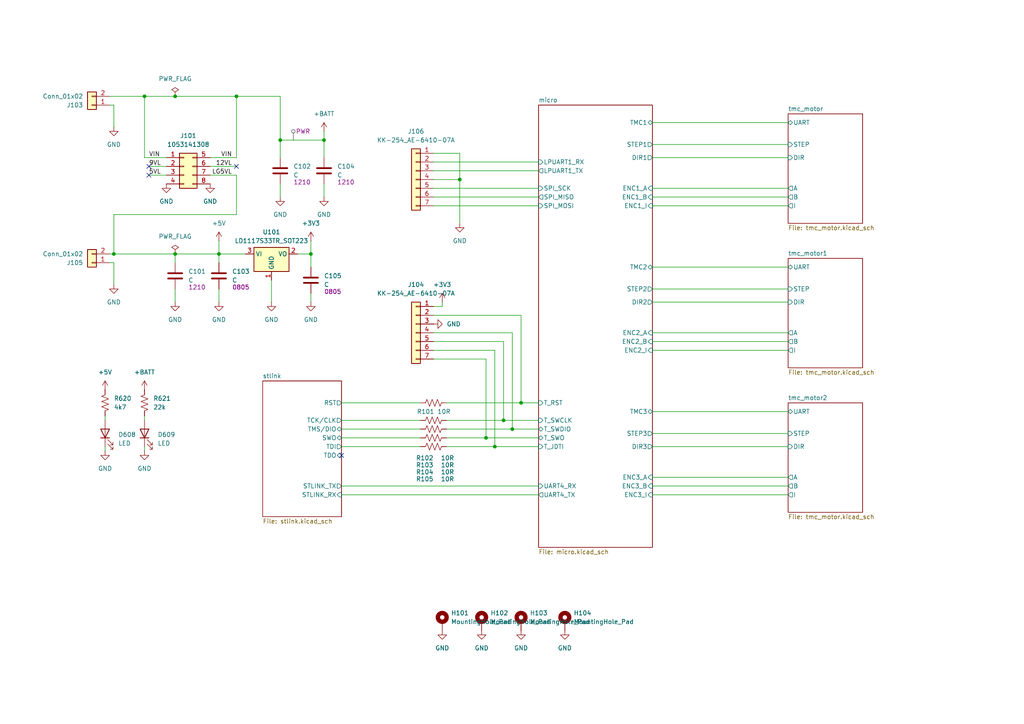
<source format=kicad_sch>
(kicad_sch (version 20250114) (generator "eeschema") (generator_version "9.0")
  (paper "A4")
  (lib_symbols
    (symbol "Connector_Generic:Conn_01x02" (pin_names (offset 1.016) (hide yes))
      (property "Reference" "J" (at 0 2.54 0))
      (property "Value" "Conn_01x02" (at 0 -5.08 0))
      (symbol "Conn_01x02_1_1"
        (rectangle (start -1.27 1.27) (end 1.27 -3.81) (stroke (width 0.254)) (fill (type background)))
        (rectangle (start -1.27 0.127) (end 0 -0.127) (stroke (width 0.1524)))
        (rectangle (start -1.27 -2.413) (end 0 -2.667) (stroke (width 0.1524)))
        (pin passive line (at -5.08 0 0) (length 3.81) (name "Pin_1") (number "1"))
        (pin passive line (at -5.08 -2.54 0) (length 3.81) (name "Pin_2") (number "2"))
      )
    )
    (symbol "Connector_Generic:Conn_01x07" (pin_names (offset 1.016) (hide yes))
      (property "Reference" "J" (at 0 10.16 0))
      (property "Value" "Conn_01x07" (at 0 -10.16 0))
      (symbol "Conn_01x07_1_1"
        (rectangle (start -1.27 8.89) (end 1.27 -8.89) (stroke (width 0.254)) (fill (type background)))
        (rectangle (start -1.27 7.747) (end 0 7.493) (stroke (width 0.1524)))
        (rectangle (start -1.27 5.207) (end 0 4.953) (stroke (width 0.1524)))
        (rectangle (start -1.27 2.667) (end 0 2.413) (stroke (width 0.1524)))
        (rectangle (start -1.27 0.127) (end 0 -0.127) (stroke (width 0.1524)))
        (rectangle (start -1.27 -2.413) (end 0 -2.667) (stroke (width 0.1524)))
        (rectangle (start -1.27 -4.953) (end 0 -5.207) (stroke (width 0.1524)))
        (rectangle (start -1.27 -7.493) (end 0 -7.747) (stroke (width 0.1524)))
        (pin passive line (at -5.08 7.62 0) (length 3.81) (name "Pin_1") (number "1"))
        (pin passive line (at -5.08 5.08 0) (length 3.81) (name "Pin_2") (number "2"))
        (pin passive line (at -5.08 2.54 0) (length 3.81) (name "Pin_3") (number "3"))
        (pin passive line (at -5.08 0 0) (length 3.81) (name "Pin_4") (number "4"))
        (pin passive line (at -5.08 -2.54 0) (length 3.81) (name "Pin_5") (number "5"))
        (pin passive line (at -5.08 -5.08 0) (length 3.81) (name "Pin_6") (number "6"))
        (pin passive line (at -5.08 -7.62 0) (length 3.81) (name "Pin_7") (number "7"))
      )
    )
    (symbol "Connector_Generic:Conn_02x04_Top_Bottom" (pin_names (offset 1.016) (hide yes))
      (property "Reference" "J" (at 1.27 5.08 0))
      (property "Value" "Conn_02x04_Top_Bottom" (at 1.27 -7.62 0))
      (symbol "Conn_02x04_Top_Bottom_1_1"
        (rectangle (start -1.27 3.81) (end 3.81 -6.35) (stroke (width 0.254)) (fill (type background)))
        (rectangle (start -1.27 2.667) (end 0 2.413) (stroke (width 0.1524)))
        (rectangle (start -1.27 0.127) (end 0 -0.127) (stroke (width 0.1524)))
        (rectangle (start -1.27 -2.413) (end 0 -2.667) (stroke (width 0.1524)))
        (rectangle (start -1.27 -4.953) (end 0 -5.207) (stroke (width 0.1524)))
        (rectangle (start 3.81 2.667) (end 2.54 2.413) (stroke (width 0.1524)))
        (rectangle (start 3.81 0.127) (end 2.54 -0.127) (stroke (width 0.1524)))
        (rectangle (start 3.81 -2.413) (end 2.54 -2.667) (stroke (width 0.1524)))
        (rectangle (start 3.81 -4.953) (end 2.54 -5.207) (stroke (width 0.1524)))
        (pin passive line (at -5.08 2.54 0) (length 3.81) (name "Pin_1") (number "1"))
        (pin passive line (at -5.08 0 0) (length 3.81) (name "Pin_2") (number "2"))
        (pin passive line (at -5.08 -2.54 0) (length 3.81) (name "Pin_3") (number "3"))
        (pin passive line (at -5.08 -5.08 0) (length 3.81) (name "Pin_4") (number "4"))
        (pin passive line (at 7.62 2.54 180) (length 3.81) (name "Pin_5") (number "5"))
        (pin passive line (at 7.62 0 180) (length 3.81) (name "Pin_6") (number "6"))
        (pin passive line (at 7.62 -2.54 180) (length 3.81) (name "Pin_7") (number "7"))
        (pin passive line (at 7.62 -5.08 180) (length 3.81) (name "Pin_8") (number "8"))
      )
    )
    (symbol "Device:C" (pin_numbers (hide yes)) (pin_names (offset 0.254))
      (property "Reference" "C" (at 0.635 2.54 0))
      (property "Value" "C" (at 0.635 -2.54 0))
      (symbol "C_0_1"
        (polyline (pts (xy -2.032 0.762) (xy 2.032 0.762)) (stroke (width 0.508)))
        (polyline (pts (xy -2.032 -0.762) (xy 2.032 -0.762)) (stroke (width 0.508)))
      )
      (symbol "C_1_1"
        (pin passive line (at 0 3.81 270) (length 2.794) (name "~") (number "1"))
        (pin passive line (at 0 -3.81 90) (length 2.794) (name "~") (number "2"))
      )
    )
    (symbol "Device:LED" (pin_numbers (hide yes)) (pin_names (offset 1.016) (hide yes))
      (property "Reference" "D" (at 0 2.54 0))
      (property "Value" "LED" (at 0 -2.54 0))
      (symbol "LED_0_1"
        (polyline (pts (xy -3.048 -0.762) (xy -4.572 -2.286) (xy -3.81 -2.286) (xy -4.572 -2.286) (xy -4.572 -1.524)))
        (polyline (pts (xy -1.778 -0.762) (xy -3.302 -2.286) (xy -2.54 -2.286) (xy -3.302 -2.286) (xy -3.302 -1.524)))
        (polyline (pts (xy -1.27 0) (xy 1.27 0)))
        (polyline (pts (xy -1.27 -1.27) (xy -1.27 1.27)) (stroke (width 0.254)))
        (polyline (pts (xy 1.27 -1.27) (xy 1.27 1.27) (xy -1.27 0) (xy 1.27 -1.27)) (stroke (width 0.254)))
      )
      (symbol "LED_1_1"
        (pin passive line (at -3.81 0 0) (length 2.54) (name "K") (number "1"))
        (pin passive line (at 3.81 0 180) (length 2.54) (name "A") (number "2"))
      )
    )
    (symbol "Device:R_US" (pin_numbers (hide yes)) (pin_names (offset 0))
      (property "Reference" "R" (at 2.54 0 90))
      (property "Value" "R_US" (at -2.54 0 90))
      (symbol "R_US_0_1"
        (polyline (pts (xy 0 2.286) (xy 0 2.54)))
        (polyline (pts (xy 0 2.286) (xy 1.016 1.905) (xy 0 1.524) (xy -1.016 1.143) (xy 0 0.762)))
        (polyline (pts (xy 0 0.762) (xy 1.016 0.381) (xy 0 0) (xy -1.016 -0.381) (xy 0 -0.762)))
        (polyline (pts (xy 0 -0.762) (xy 1.016 -1.143) (xy 0 -1.524) (xy -1.016 -1.905) (xy 0 -2.286)))
        (polyline (pts (xy 0 -2.286) (xy 0 -2.54)))
      )
      (symbol "R_US_1_1"
        (pin passive line (at 0 3.81 270) (length 1.27) (name "~") (number "1"))
        (pin passive line (at 0 -3.81 90) (length 1.27) (name "~") (number "2"))
      )
    )
    (symbol "Mechanical:MountingHole_Pad" (pin_numbers (hide yes)) (pin_names (offset 1.016) (hide yes)) (exclude_from_sim yes) (in_bom no)
      (property "Reference" "H" (at 0 6.35 0))
      (property "Value" "MountingHole_Pad" (at 0 4.445 0))
      (symbol "MountingHole_Pad_0_1"
        (circle (center 0 1.27) (radius 1.27) (stroke (width 1.27)))
      )
      (symbol "MountingHole_Pad_1_1"
        (pin input line (at 0 -2.54 90) (length 2.54) (name "1") (number "1"))
      )
    )
    (symbol "Regulator_Linear:LD1117S33TR_SOT223"
      (property "Reference" "U" (at -3.81 3.175 0))
      (property "Value" "LD1117S33TR_SOT223" (at 0 3.175 0))
      (symbol "LD1117S33TR_SOT223_0_1"
        (rectangle (start -5.08 -5.08) (end 5.08 1.905) (stroke (width 0.254)) (fill (type background)))
      )
      (symbol "LD1117S33TR_SOT223_1_1"
        (pin power_in line (at -7.62 0 0) (length 2.54) (name "VI") (number "3"))
        (pin power_in line (at 0 -7.62 90) (length 2.54) (name "GND") (number "1"))
        (pin power_out line (at 7.62 0 180) (length 2.54) (name "VO") (number "2"))
      )
    )
    (symbol "power:+3V3" (power) (pin_numbers (hide yes)) (pin_names (offset 0) (hide yes))
      (property "Value" "+3V3" (at 0 3.556 0))
      (symbol "+3V3_0_1"
        (polyline (pts (xy -0.762 1.27) (xy 0 2.54)))
        (polyline (pts (xy 0 2.54) (xy 0.762 1.27)))
        (polyline (pts (xy 0 0) (xy 0 2.54)))
      )
      (symbol "+3V3_1_1"
        (pin power_in line (at 0 0 90) (length 0) (name "~") (number "1"))
      )
    )
    (symbol "power:+5V" (power) (pin_numbers (hide yes)) (pin_names (offset 0) (hide yes))
      (property "Value" "+5V" (at 0 3.556 0))
      (symbol "+5V_0_1"
        (polyline (pts (xy -0.762 1.27) (xy 0 2.54)))
        (polyline (pts (xy 0 2.54) (xy 0.762 1.27)))
        (polyline (pts (xy 0 0) (xy 0 2.54)))
      )
      (symbol "+5V_1_1"
        (pin power_in line (at 0 0 90) (length 0) (name "~") (number "1"))
      )
    )
    (symbol "power:+BATT" (power) (pin_numbers (hide yes)) (pin_names (offset 0) (hide yes))
      (property "Value" "+BATT" (at 0 3.556 0))
      (symbol "+BATT_0_1"
        (polyline (pts (xy -0.762 1.27) (xy 0 2.54)))
        (polyline (pts (xy 0 2.54) (xy 0.762 1.27)))
        (polyline (pts (xy 0 0) (xy 0 2.54)))
      )
      (symbol "+BATT_1_1"
        (pin power_in line (at 0 0 90) (length 0) (name "~") (number "1"))
      )
    )
    (symbol "power:GND" (power) (pin_numbers (hide yes)) (pin_names (offset 0) (hide yes))
      (property "Value" "GND" (at 0 -3.81 0))
      (symbol "GND_0_1"
        (polyline (pts (xy 0 0) (xy 0 -1.27) (xy 1.27 -1.27) (xy 0 -2.54) (xy -1.27 -1.27) (xy 0 -1.27)))
      )
      (symbol "GND_1_1"
        (pin power_in line (at 0 0 270) (length 0) (name "~") (number "1"))
      )
    )
    (symbol "power:PWR_FLAG" (power) (pin_numbers (hide yes)) (pin_names (offset 0) (hide yes))
      (property "Value" "PWR_FLAG" (at 0 3.81 0))
      (symbol "PWR_FLAG_0_0"
        (pin power_out line (at 0 0 90) (length 0) (name "~") (number "1"))
      )
      (symbol "PWR_FLAG_0_1"
        (polyline (pts (xy 0 0) (xy 0 1.27) (xy -1.016 1.905) (xy 0 2.54) (xy 1.016 1.905) (xy 0 1.27)))
      )
    )
  )
  (junction (at 133.35 52.07))
  (junction (at 140.97 127))
  (junction (at 50.8 27.94))
  (junction (at 151.13 116.84))
  (junction (at 68.58 27.94))
  (junction (at 90.17 73.66))
  (junction (at 63.5 73.66))
  (junction (at 146.05 121.92))
  (junction (at 148.59 124.46))
  (junction (at 33.02 73.66))
  (junction (at 143.51 129.54))
  (junction (at 93.98 40.64))
  (junction (at 81.28 40.64))
  (junction (at 41.91 27.94))
  (junction (at 50.8 73.66))
  (no_connect (at 99.06 132.08))
  (no_connect (at 68.58 48.26))
  (no_connect (at 43.18 50.8))
  (no_connect (at 43.18 48.26))
  (wire (pts (xy 93.98 53.34) (xy 93.98 57.15)))
  (wire (pts (xy 81.28 40.64) (xy 81.28 45.72)))
  (wire (pts (xy 99.06 140.97) (xy 156.21 140.97)))
  (wire (pts (xy 129.54 121.92) (xy 146.05 121.92)))
  (wire (pts (xy 140.97 127) (xy 156.21 127)))
  (wire (pts (xy 43.18 48.26) (xy 48.26 48.26)))
  (wire (pts (xy 81.28 53.34) (xy 81.28 57.15)))
  (wire (pts (xy 99.06 116.84) (xy 121.92 116.84)))
  (wire (pts (xy 50.8 83.82) (xy 50.8 87.63)))
  (wire (pts (xy 125.73 46.99) (xy 156.21 46.99)))
  (wire (pts (xy 133.35 64.77) (xy 133.35 52.07)))
  (wire (pts (xy 68.58 45.72) (xy 68.58 27.94)))
  (wire (pts (xy 143.51 101.6) (xy 143.51 129.54)))
  (wire (pts (xy 41.91 27.94) (xy 50.8 27.94)))
  (wire (pts (xy 93.98 40.64) (xy 81.28 40.64)))
  (wire (pts (xy 151.13 91.44) (xy 151.13 116.84)))
  (wire (pts (xy 41.91 129.54) (xy 41.91 130.81)))
  (wire (pts (xy 93.98 40.64) (xy 93.98 45.72)))
  (wire (pts (xy 78.74 81.28) (xy 78.74 87.63)))
  (wire (pts (xy 33.02 82.55) (xy 33.02 76.2)))
  (wire (pts (xy 189.23 138.43) (xy 228.6 138.43)))
  (wire (pts (xy 90.17 85.09) (xy 90.17 87.63)))
  (wire (pts (xy 189.23 96.52) (xy 228.6 96.52)))
  (wire (pts (xy 33.02 73.66) (xy 50.8 73.66)))
  (wire (pts (xy 90.17 69.85) (xy 90.17 73.66)))
  (wire (pts (xy 90.17 73.66) (xy 90.17 77.47)))
  (wire (pts (xy 31.75 30.48) (xy 33.02 30.48)))
  (wire (pts (xy 68.58 50.8) (xy 68.58 62.23)))
  (wire (pts (xy 148.59 124.46) (xy 156.21 124.46)))
  (wire (pts (xy 125.73 44.45) (xy 133.35 44.45)))
  (wire (pts (xy 189.23 83.82) (xy 228.6 83.82)))
  (wire (pts (xy 125.73 96.52) (xy 148.59 96.52)))
  (wire (pts (xy 189.23 140.97) (xy 228.6 140.97)))
  (wire (pts (xy 33.02 30.48) (xy 33.02 36.83)))
  (wire (pts (xy 189.23 129.54) (xy 228.6 129.54)))
  (wire (pts (xy 189.23 119.38) (xy 228.6 119.38)))
  (wire (pts (xy 189.23 87.63) (xy 228.6 87.63)))
  (wire (pts (xy 68.58 62.23) (xy 33.02 62.23)))
  (wire (pts (xy 33.02 62.23) (xy 33.02 73.66)))
  (wire (pts (xy 151.13 116.84) (xy 156.21 116.84)))
  (wire (pts (xy 63.5 83.82) (xy 63.5 87.63)))
  (wire (pts (xy 140.97 104.14) (xy 140.97 127)))
  (wire (pts (xy 189.23 57.15) (xy 228.6 57.15)))
  (wire (pts (xy 81.28 27.94) (xy 81.28 40.64)))
  (wire (pts (xy 125.73 101.6) (xy 143.51 101.6)))
  (wire (pts (xy 31.75 27.94) (xy 41.91 27.94)))
  (wire (pts (xy 99.06 124.46) (xy 121.92 124.46)))
  (wire (pts (xy 189.23 41.91) (xy 228.6 41.91)))
  (wire (pts (xy 60.96 45.72) (xy 68.58 45.72)))
  (wire (pts (xy 99.06 121.92) (xy 121.92 121.92)))
  (wire (pts (xy 60.96 50.8) (xy 68.58 50.8)))
  (wire (pts (xy 99.06 129.54) (xy 121.92 129.54)))
  (wire (pts (xy 43.18 50.8) (xy 48.26 50.8)))
  (wire (pts (xy 50.8 73.66) (xy 63.5 73.66)))
  (wire (pts (xy 129.54 124.46) (xy 148.59 124.46)))
  (wire (pts (xy 125.73 88.9) (xy 128.27 88.9)))
  (wire (pts (xy 128.27 88.9) (xy 128.27 87.63)))
  (wire (pts (xy 129.54 127) (xy 140.97 127)))
  (wire (pts (xy 125.73 91.44) (xy 151.13 91.44)))
  (wire (pts (xy 86.36 73.66) (xy 90.17 73.66)))
  (wire (pts (xy 129.54 116.84) (xy 151.13 116.84)))
  (wire (pts (xy 133.35 52.07) (xy 125.73 52.07)))
  (wire (pts (xy 146.05 99.06) (xy 146.05 121.92)))
  (wire (pts (xy 48.26 45.72) (xy 41.91 45.72)))
  (wire (pts (xy 146.05 121.92) (xy 156.21 121.92)))
  (wire (pts (xy 189.23 54.61) (xy 228.6 54.61)))
  (wire (pts (xy 93.98 38.1) (xy 93.98 40.64)))
  (wire (pts (xy 125.73 49.53) (xy 156.21 49.53)))
  (wire (pts (xy 33.02 76.2) (xy 31.75 76.2)))
  (wire (pts (xy 30.48 120.65) (xy 30.48 121.92)))
  (wire (pts (xy 63.5 69.85) (xy 63.5 73.66)))
  (wire (pts (xy 189.23 125.73) (xy 228.6 125.73)))
  (wire (pts (xy 50.8 73.66) (xy 50.8 76.2)))
  (wire (pts (xy 189.23 143.51) (xy 228.6 143.51)))
  (wire (pts (xy 31.75 73.66) (xy 33.02 73.66)))
  (wire (pts (xy 41.91 45.72) (xy 41.91 27.94)))
  (wire (pts (xy 125.73 99.06) (xy 146.05 99.06)))
  (wire (pts (xy 148.59 96.52) (xy 148.59 124.46)))
  (wire (pts (xy 189.23 45.72) (xy 228.6 45.72)))
  (wire (pts (xy 50.8 27.94) (xy 68.58 27.94)))
  (wire (pts (xy 133.35 44.45) (xy 133.35 52.07)))
  (wire (pts (xy 140.97 104.14) (xy 125.73 104.14)))
  (wire (pts (xy 63.5 73.66) (xy 63.5 76.2)))
  (wire (pts (xy 189.23 77.47) (xy 228.6 77.47)))
  (wire (pts (xy 60.96 48.26) (xy 68.58 48.26)))
  (wire (pts (xy 99.06 127) (xy 121.92 127)))
  (wire (pts (xy 189.23 35.56) (xy 228.6 35.56)))
  (wire (pts (xy 143.51 129.54) (xy 156.21 129.54)))
  (wire (pts (xy 125.73 54.61) (xy 156.21 54.61)))
  (wire (pts (xy 189.23 59.69) (xy 228.6 59.69)))
  (wire (pts (xy 125.73 59.69) (xy 156.21 59.69)))
  (wire (pts (xy 68.58 27.94) (xy 81.28 27.94)))
  (wire (pts (xy 30.48 129.54) (xy 30.48 130.81)))
  (wire (pts (xy 189.23 99.06) (xy 228.6 99.06)))
  (wire (pts (xy 125.73 57.15) (xy 156.21 57.15)))
  (wire (pts (xy 63.5 73.66) (xy 71.12 73.66)))
  (wire (pts (xy 129.54 129.54) (xy 143.51 129.54)))
  (wire (pts (xy 189.23 101.6) (xy 228.6 101.6)))
  (wire (pts (xy 41.91 120.65) (xy 41.91 121.92)))
  (wire (pts (xy 99.06 143.51) (xy 156.21 143.51)))
  (label "9VL" (at 43.18 48.26 0))
  (label "12VL" (at 67.31 48.26 180))
  (label "VIN" (at 43.18 45.72 0))
  (label "LG5VL" (at 67.31 50.8 180))
  (label "VIN" (at 67.31 45.72 180))
  (label "5VL" (at 43.18 50.8 0))
  (netclass_flag "" (length 2.54) (shape round) (at 85.09 40.64 0) (property "Netclass" "PWR" (at 85.7885 38.1 0) (effects (justify left))))
  (symbol (lib_id "power:+BATT") (at 93.98 38.1 0) (unit 1)
    (property "Reference" "#PWR0107" (effects (hide yes)))
    (property "Value" "+BATT" (at 93.98 33.02 0))
    (property "Description" "Power symbol creates a global label with name \"+BATT\"" (effects (hide yes)))
  )
  (symbol (lib_id "power:PWR_FLAG") (at 50.8 27.94 0) (unit 1)
    (property "Reference" "#FLG0102" (effects (hide yes)))
    (property "Value" "PWR_FLAG" (at 50.8 22.86 0))
    (property "Description" "Special symbol for telling ERC where power comes from" (effects (hide yes)))
  )
  (symbol (lib_id "power:+BATT") (at 41.91 113.03 0) (unit 1)
    (property "Reference" "#PWR0121" (effects (hide yes)))
    (property "Value" "+BATT" (at 41.91 107.95 0))
    (property "Description" "Power symbol creates a global label with name \"+BATT\"" (effects (hide yes)))
  )
  (symbol (lib_id "Device:R_US") (at 30.48 116.84 0) (mirror y) (unit 1)
    (property "Reference" "R620" (at 33.02 115.5699 0) (effects (justify right)))
    (property "Value" "4k7" (at 33.02 118.1099 0) (effects (justify right)))
    (property "Footprint" "Resistor_SMD:R_0603_1608Metric_Pad0.98x0.95mm_HandSolder" (effects (hide yes)))
    (property "Description" "Resistor, US symbol" (effects (hide yes)))
  )
  (symbol (lib_id "Device:C") (at 63.5 80.01 0) (unit 1)
    (property "Reference" "C103" (at 67.31 78.7399 0) (effects (justify left)))
    (property "Value" "C" (at 67.31 81.2799 0) (effects (justify left)))
    (property "Footprint" "Capacitor_SMD:C_0805_2012Metric_Pad1.18x1.45mm_HandSolder" (effects (hide yes)))
    (property "Description" "Unpolarized capacitor" (effects (hide yes)))
    (property "Size" "0805" (at 69.85 83.312 0))
  )
  (symbol (lib_id "power:+3V3") (at 90.17 69.85 0) (unit 1)
    (property "Reference" "#PWR0110" (effects (hide yes)))
    (property "Value" "+3V3" (at 90.17 64.77 0))
    (property "Description" "Power symbol creates a global label with name \"+3V3\"" (effects (hide yes)))
  )
  (symbol (lib_id "Device:C") (at 50.8 80.01 0) (unit 1)
    (property "Reference" "C101" (at 54.61 78.7399 0) (effects (justify left)))
    (property "Value" "C" (at 54.61 81.2799 0) (effects (justify left)))
    (property "Footprint" "Capacitor_SMD:C_1210_3225Metric_Pad1.33x2.70mm_HandSolder" (effects (hide yes)))
    (property "Description" "Unpolarized capacitor" (effects (hide yes)))
    (property "Size" "1210" (at 57.15 83.312 0))
  )
  (symbol (lib_id "power:GND") (at 128.27 182.88 0) (unit 1)
    (property "Reference" "#PWR0115" (effects (hide yes)))
    (property "Value" "GND" (at 128.27 187.96 0))
    (property "Description" "Power symbol creates a global label with name \"GND\" , ground" (effects (hide yes)))
  )
  (symbol (lib_id "Connector_Generic:Conn_01x07") (at 120.65 96.52 0) (mirror y) (unit 1)
    (property "Reference" "J104" (at 120.65 82.55 0))
    (property "Value" "KK-254_AE-6410-07A" (at 120.65 85.09 0))
    (property "Footprint" "Connector_Molex:Molex_KK-254_AE-6410-07A_1x07_P2.54mm_Vertical" (effects (hide yes)))
    (property "Description" "Generic connector, single row, 01x07, script generated (kicad-library-utils/schlib/autogen/connector/)" (effects (hide yes)))
  )
  (symbol (lib_id "Device:C") (at 81.28 49.53 0) (unit 1)
    (property "Reference" "C102" (at 85.09 48.2599 0) (effects (justify left)))
    (property "Value" "C" (at 85.09 50.7999 0) (effects (justify left)))
    (property "Footprint" "Capacitor_SMD:C_1210_3225Metric_Pad1.33x2.70mm_HandSolder" (effects (hide yes)))
    (property "Description" "Unpolarized capacitor" (effects (hide yes)))
    (property "Size" "1210" (at 87.63 52.832 0))
  )
  (symbol (lib_id "Device:LED") (at 41.91 125.73 90) (unit 1)
    (property "Reference" "D609" (at 45.72 126.0474 90) (effects (justify right)))
    (property "Value" "LED" (at 45.72 128.5874 90) (effects (justify right)))
    (property "Footprint" "LED_SMD:LED_0805_2012Metric_Pad1.15x1.40mm_HandSolder" (effects (hide yes)))
    (property "Description" "Light emitting diode" (effects (hide yes)))
    (property "Sim.Pins" "1=K 2=A" (effects (hide yes)))
  )
  (symbol (lib_id "power:GND") (at 163.83 182.88 0) (unit 1)
    (property "Reference" "#PWR0118" (effects (hide yes)))
    (property "Value" "GND" (at 163.83 187.96 0))
    (property "Description" "Power symbol creates a global label with name \"GND\" , ground" (effects (hide yes)))
  )
  (symbol (lib_id "Device:R_US") (at 125.73 129.54 270) (unit 1)
    (property "Reference" "R105" (at 123.19 138.938 90))
    (property "Value" "10R" (at 129.794 138.938 90))
    (property "Footprint" "Resistor_SMD:R_0603_1608Metric_Pad0.98x0.95mm_HandSolder" (effects (hide yes)))
    (property "Description" "Resistor, US symbol" (effects (hide yes)))
  )
  (symbol (lib_id "Mechanical:MountingHole_Pad") (at 128.27 180.34 0) (unit 1) (in_bom no)
    (property "Reference" "H101" (at 130.81 177.7999 0) (effects (justify left)))
    (property "Value" "MountingHole_Pad" (at 130.81 180.3399 0) (effects (justify left)))
    (property "Footprint" "MountingHole:MountingHole_3.2mm_M3_DIN965_Pad" (effects (hide yes)))
    (property "Description" "Mounting Hole with connection" (effects (hide yes)))
  )
  (symbol (lib_id "Device:LED") (at 30.48 125.73 90) (unit 1)
    (property "Reference" "D608" (at 34.29 126.0474 90) (effects (justify right)))
    (property "Value" "LED" (at 34.29 128.5874 90) (effects (justify right)))
    (property "Footprint" "LED_SMD:LED_0805_2012Metric_Pad1.15x1.40mm_HandSolder" (effects (hide yes)))
    (property "Description" "Light emitting diode" (effects (hide yes)))
    (property "Sim.Pins" "1=K 2=A" (effects (hide yes)))
  )
  (symbol (lib_id "power:+5V") (at 30.48 113.03 0) (unit 1)
    (property "Reference" "#PWR0120" (effects (hide yes)))
    (property "Value" "+5V" (at 30.48 107.95 0))
    (property "Description" "Power symbol creates a global label with name \"+5V\"" (effects (hide yes)))
  )
  (symbol (lib_id "power:GND") (at 78.74 87.63 0) (unit 1)
    (property "Reference" "#PWR0109" (effects (hide yes)))
    (property "Value" "GND" (at 78.74 92.71 0))
    (property "Description" "Power symbol creates a global label with name \"GND\" , ground" (effects (hide yes)))
  )
  (symbol (lib_id "Device:R_US") (at 125.73 127 270) (unit 1)
    (property "Reference" "R104" (at 123.19 136.906 90))
    (property "Value" "10R" (at 129.794 136.906 90))
    (property "Footprint" "Resistor_SMD:R_0603_1608Metric_Pad0.98x0.95mm_HandSolder" (effects (hide yes)))
    (property "Description" "Resistor, US symbol" (effects (hide yes)))
  )
  (symbol (lib_id "power:GND") (at 139.7 182.88 0) (unit 1)
    (property "Reference" "#PWR0116" (effects (hide yes)))
    (property "Value" "GND" (at 139.7 187.96 0))
    (property "Description" "Power symbol creates a global label with name \"GND\" , ground" (effects (hide yes)))
  )
  (symbol (lib_id "power:GND") (at 41.91 130.81 0) (mirror y) (unit 1)
    (property "Reference" "#PWR0644" (effects (hide yes)))
    (property "Value" "GND" (at 41.91 135.89 0))
    (property "Description" "Power symbol creates a global label with name \"GND\" , ground" (effects (hide yes)))
  )
  (symbol (lib_id "power:GND") (at 33.02 82.55 0) (unit 1)
    (property "Reference" "#PWR0119" (effects (hide yes)))
    (property "Value" "GND" (at 33.02 87.63 0))
    (property "Description" "Power symbol creates a global label with name \"GND\" , ground" (effects (hide yes)))
  )
  (symbol (lib_id "power:GND") (at 133.35 64.77 0) (unit 1)
    (property "Reference" "#PWR0114" (effects (hide yes)))
    (property "Value" "GND" (at 133.35 69.85 0))
    (property "Description" "Power symbol creates a global label with name \"GND\" , ground" (effects (hide yes)))
  )
  (symbol (lib_id "power:GND") (at 30.48 130.81 0) (mirror y) (unit 1)
    (property "Reference" "#PWR0643" (effects (hide yes)))
    (property "Value" "GND" (at 30.48 135.89 0))
    (property "Description" "Power symbol creates a global label with name \"GND\" , ground" (effects (hide yes)))
  )
  (symbol (lib_id "power:GND") (at 48.26 53.34 0) (unit 1)
    (property "Reference" "#PWR0122" (effects (hide yes)))
    (property "Value" "GND" (at 48.26 58.42 0))
    (property "Description" "Power symbol creates a global label with name \"GND\" , ground" (effects (hide yes)))
  )
  (symbol (lib_id "Connector_Generic:Conn_01x07") (at 120.65 52.07 0) (mirror y) (unit 1)
    (property "Reference" "J106" (at 120.65 38.1 0))
    (property "Value" "KK-254_AE-6410-07A" (at 120.65 40.64 0))
    (property "Footprint" "Connector_Molex:Molex_KK-254_AE-6410-07A_1x07_P2.54mm_Vertical" (effects (hide yes)))
    (property "Description" "Generic connector, single row, 01x07, script generated (kicad-library-utils/schlib/autogen/connector/)" (effects (hide yes)))
  )
  (symbol (lib_id "power:+3V3") (at 128.27 87.63 0) (unit 1)
    (property "Reference" "#PWR0113" (effects (hide yes)))
    (property "Value" "+3V3" (at 128.27 82.55 0))
    (property "Description" "Power symbol creates a global label with name \"+3V3\"" (effects (hide yes)))
  )
  (symbol (lib_id "power:GND") (at 93.98 57.15 0) (unit 1)
    (property "Reference" "#PWR0108" (effects (hide yes)))
    (property "Value" "GND" (at 93.98 62.23 0))
    (property "Description" "Power symbol creates a global label with name \"GND\" , ground" (effects (hide yes)))
  )
  (symbol (lib_id "power:PWR_FLAG") (at 50.8 73.66 0) (unit 1)
    (property "Reference" "#FLG0101" (effects (hide yes)))
    (property "Value" "PWR_FLAG" (at 50.8 68.58 0))
    (property "Description" "Special symbol for telling ERC where power comes from" (effects (hide yes)))
  )
  (symbol (lib_id "power:+5V") (at 63.5 69.85 0) (unit 1)
    (property "Reference" "#PWR0105" (effects (hide yes)))
    (property "Value" "+5V" (at 63.5 64.77 0))
    (property "Description" "Power symbol creates a global label with name \"+5V\"" (effects (hide yes)))
  )
  (symbol (lib_id "Device:C") (at 93.98 49.53 0) (unit 1)
    (property "Reference" "C104" (at 97.79 48.2599 0) (effects (justify left)))
    (property "Value" "C" (at 97.79 50.7999 0) (effects (justify left)))
    (property "Footprint" "Capacitor_SMD:C_1210_3225Metric_Pad1.33x2.70mm_HandSolder" (effects (hide yes)))
    (property "Description" "Unpolarized capacitor" (effects (hide yes)))
    (property "Size" "1210" (at 100.33 52.832 0))
  )
  (symbol (lib_id "Device:R_US") (at 125.73 121.92 270) (unit 1)
    (property "Reference" "R102" (at 123.19 132.842 90))
    (property "Value" "10R" (at 129.794 132.842 90))
    (property "Footprint" "Resistor_SMD:R_0603_1608Metric_Pad0.98x0.95mm_HandSolder" (effects (hide yes)))
    (property "Description" "Resistor, US symbol" (effects (hide yes)))
  )
  (symbol (lib_id "Device:R_US") (at 41.91 116.84 0) (mirror y) (unit 1)
    (property "Reference" "R621" (at 44.45 115.5699 0) (effects (justify right)))
    (property "Value" "22k" (at 44.45 118.1099 0) (effects (justify right)))
    (property "Footprint" "Resistor_SMD:R_0603_1608Metric_Pad0.98x0.95mm_HandSolder" (effects (hide yes)))
    (property "Description" "Resistor, US symbol" (effects (hide yes)))
  )
  (symbol (lib_id "power:GND") (at 151.13 182.88 0) (unit 1)
    (property "Reference" "#PWR0117" (effects (hide yes)))
    (property "Value" "GND" (at 151.13 187.96 0))
    (property "Description" "Power symbol creates a global label with name \"GND\" , ground" (effects (hide yes)))
  )
  (symbol (lib_id "power:GND") (at 33.02 36.83 0) (unit 1)
    (property "Reference" "#PWR0103" (effects (hide yes)))
    (property "Value" "GND" (at 33.02 41.91 0))
    (property "Description" "Power symbol creates a global label with name \"GND\" , ground" (effects (hide yes)))
  )
  (symbol (lib_id "power:GND") (at 81.28 57.15 0) (unit 1)
    (property "Reference" "#PWR0104" (effects (hide yes)))
    (property "Value" "GND" (at 81.28 62.23 0))
    (property "Description" "Power symbol creates a global label with name \"GND\" , ground" (effects (hide yes)))
  )
  (symbol (lib_id "Regulator_Linear:LD1117S33TR_SOT223") (at 78.74 73.66 0) (unit 1)
    (property "Reference" "U101" (at 78.74 67.31 0))
    (property "Value" "LD1117S33TR_SOT223" (at 78.74 69.85 0))
    (property "Footprint" "Package_TO_SOT_SMD:SOT-223-3_TabPin2" (effects (hide yes)))
    (property "Datasheet" "http://www.st.com/st-web-ui/static/active/en/resource/technical/document/datasheet/CD00000544.pdf" (effects (hide yes)))
    (property "Description" "800mA Fixed Low Drop Positive Voltage Regulator, Fixed Output 3.3V, SOT-223" (effects (hide yes)))
  )
  (symbol (lib_id "Device:R_US") (at 125.73 116.84 270) (unit 1)
    (property "Reference" "R101" (at 123.444 119.38 90))
    (property "Value" "10R" (at 128.778 119.38 90))
    (property "Footprint" "Resistor_SMD:R_0603_1608Metric_Pad0.98x0.95mm_HandSolder" (effects (hide yes)))
    (property "Description" "Resistor, US symbol" (effects (hide yes)))
  )
  (symbol (lib_id "Connector_Generic:Conn_01x02") (at 26.67 30.48 180) (unit 1)
    (property "Reference" "J103" (at 24.13 30.4801 0) (effects (justify left)))
    (property "Value" "Conn_01x02" (at 24.13 27.9401 0) (effects (justify left)))
    (property "Footprint" "Connector_Molex:Molex_KK-396_A-41791-0002_1x02_P3.96mm_Vertical" (effects (hide yes)))
    (property "Description" "Generic connector, single row, 01x02, script generated (kicad-library-utils/schlib/autogen/connector/)" (effects (hide yes)))
  )
  (symbol (lib_id "power:GND") (at 63.5 87.63 0) (unit 1)
    (property "Reference" "#PWR0106" (effects (hide yes)))
    (property "Value" "GND" (at 63.5 92.71 0))
    (property "Description" "Power symbol creates a global label with name \"GND\" , ground" (effects (hide yes)))
  )
  (symbol (lib_id "Connector_Generic:Conn_02x04_Top_Bottom") (at 53.34 48.26 0) (unit 1)
    (property "Reference" "J101" (at 54.61 39.37 0))
    (property "Value" "1053141308" (at 54.61 41.91 0))
    (property "Footprint" "Connector_Molex:Molex_Nano-Fit_105310-xx08_2x04_P2.50mm_Vertical" (effects (hide yes)))
    (property "Description" "Generic connector, double row, 02x04, top/bottom pin numbering scheme (row 1: 1...pins_per_row, row2: pins_per_row+1 ... num_pins), script generated (kicad-library-utils/schlib/autogen/connector/)" (effects (hide yes)))
  )
  (symbol (lib_id "power:GND") (at 125.73 93.98 90) (unit 1)
    (property "Reference" "#PWR0112" (effects (hide yes)))
    (property "Value" "GND" (at 129.54 93.9799 90) (effects (justify right)))
    (property "Description" "Power symbol creates a global label with name \"GND\" , ground" (effects (hide yes)))
  )
  (symbol (lib_id "power:GND") (at 60.96 53.34 0) (unit 1)
    (property "Reference" "#PWR0123" (effects (hide yes)))
    (property "Value" "GND" (at 60.96 58.42 0))
    (property "Description" "Power symbol creates a global label with name \"GND\" , ground" (effects (hide yes)))
  )
  (symbol (lib_id "Connector_Generic:Conn_01x02") (at 26.67 76.2 180) (unit 1)
    (property "Reference" "J105" (at 24.13 76.2001 0) (effects (justify left)))
    (property "Value" "Conn_01x02" (at 24.13 73.6601 0) (effects (justify left)))
    (property "Footprint" "Connector_Molex:Molex_KK-396_A-41791-0002_1x02_P3.96mm_Vertical" (effects (hide yes)))
    (property "Description" "Generic connector, single row, 01x02, script generated (kicad-library-utils/schlib/autogen/connector/)" (effects (hide yes)))
  )
  (symbol (lib_id "Mechanical:MountingHole_Pad") (at 163.83 180.34 0) (unit 1) (in_bom no)
    (property "Reference" "H104" (at 166.37 177.7999 0) (effects (justify left)))
    (property "Value" "MountingHole_Pad" (at 166.37 180.3399 0) (effects (justify left)))
    (property "Footprint" "MountingHole:MountingHole_3.2mm_M3_DIN965_Pad" (effects (hide yes)))
    (property "Description" "Mounting Hole with connection" (effects (hide yes)))
  )
  (symbol (lib_id "Device:R_US") (at 125.73 124.46 270) (unit 1)
    (property "Reference" "R103" (at 123.19 134.874 90))
    (property "Value" "10R" (at 129.794 134.874 90))
    (property "Footprint" "Resistor_SMD:R_0603_1608Metric_Pad0.98x0.95mm_HandSolder" (effects (hide yes)))
    (property "Description" "Resistor, US symbol" (effects (hide yes)))
  )
  (symbol (lib_id "Mechanical:MountingHole_Pad") (at 139.7 180.34 0) (unit 1) (in_bom no)
    (property "Reference" "H102" (at 142.24 177.7999 0) (effects (justify left)))
    (property "Value" "MountingHole_Pad" (at 142.24 180.3399 0) (effects (justify left)))
    (property "Footprint" "MountingHole:MountingHole_3.2mm_M3_DIN965_Pad" (effects (hide yes)))
    (property "Description" "Mounting Hole with connection" (effects (hide yes)))
  )
  (symbol (lib_id "Mechanical:MountingHole_Pad") (at 151.13 180.34 0) (unit 1) (in_bom no)
    (property "Reference" "H103" (at 153.67 177.7999 0) (effects (justify left)))
    (property "Value" "MountingHole_Pad" (at 153.67 180.3399 0) (effects (justify left)))
    (property "Footprint" "MountingHole:MountingHole_3.2mm_M3_DIN965_Pad" (effects (hide yes)))
    (property "Description" "Mounting Hole with connection" (effects (hide yes)))
  )
  (symbol (lib_id "Device:C") (at 90.17 81.28 0) (unit 1)
    (property "Reference" "C105" (at 93.98 80.0099 0) (effects (justify left)))
    (property "Value" "C" (at 93.98 82.5499 0) (effects (justify left)))
    (property "Footprint" "Capacitor_SMD:C_0805_2012Metric_Pad1.18x1.45mm_HandSolder" (effects (hide yes)))
    (property "Description" "Unpolarized capacitor" (effects (hide yes)))
    (property "Size" "0805" (at 96.52 84.582 0))
  )
  (symbol (lib_id "power:GND") (at 50.8 87.63 0) (unit 1)
    (property "Reference" "#PWR0102" (effects (hide yes)))
    (property "Value" "GND" (at 50.8 92.71 0))
    (property "Description" "Power symbol creates a global label with name \"GND\" , ground" (effects (hide yes)))
  )
  (symbol (lib_id "power:GND") (at 90.17 87.63 0) (unit 1)
    (property "Reference" "#PWR0111" (effects (hide yes)))
    (property "Value" "GND" (at 90.17 92.71 0))
    (property "Description" "Power symbol creates a global label with name \"GND\" , ground" (effects (hide yes)))
  )
  (sheet (at 156.21 30.48) (size 33.02 128.27) (stroke (width 0.1524))
    (property "Sheetname" "micro" (at 156.21 29.7684 0) (effects (justify left bottom)))
    (property "Sheetfile" "micro.kicad_sch" (at 156.21 159.3346 0) (effects (justify left top)))
    (pin "DIR1" output (at 189.23 45.72 0))
    (pin "DIR2" output (at 189.23 87.63 0))
    (pin "DIR3" output (at 189.23 129.54 0))
    (pin "STEP1" output (at 189.23 41.91 0))
    (pin "STEP2" output (at 189.23 83.82 0))
    (pin "STEP3" output (at 189.23 125.73 0))
    (pin "TMC1" bidirectional (at 189.23 35.56 0))
    (pin "TMC2" bidirectional (at 189.23 77.47 0))
    (pin "TMC3" bidirectional (at 189.23 119.38 0))
    (pin "T_JDTI" input (at 156.21 129.54 180))
    (pin "T_RST" input (at 156.21 116.84 180))
    (pin "T_SWCLK" input (at 156.21 121.92 180))
    (pin "T_SWDIO" bidirectional (at 156.21 124.46 180))
    (pin "T_SWO" bidirectional (at 156.21 127 180))
    (pin "UART4_RX" input (at 156.21 140.97 180))
    (pin "UART4_TX" output (at 156.21 143.51 180))
    (pin "LPUART1_RX" input (at 156.21 46.99 180))
    (pin "LPUART1_TX" output (at 156.21 49.53 180))
    (pin "SPI_MISO" output (at 156.21 57.15 180))
    (pin "SPI_MOSI" input (at 156.21 59.69 180))
    (pin "SPI_SCK" input (at 156.21 54.61 180))
    (pin "ENC1_A" input (at 189.23 54.61 0))
    (pin "ENC1_B" input (at 189.23 57.15 0))
    (pin "ENC1_I" input (at 189.23 59.69 0))
    (pin "ENC2_A" input (at 189.23 96.52 0))
    (pin "ENC2_B" input (at 189.23 99.06 0))
    (pin "ENC2_I" input (at 189.23 101.6 0))
    (pin "ENC3_A" input (at 189.23 138.43 0))
    (pin "ENC3_B" input (at 189.23 140.97 0))
    (pin "ENC3_I" input (at 189.23 143.51 0))
  )
  (sheet (at 228.6 33.02) (size 21.59 31.75) (stroke (width 0.1524))
    (property "Sheetname" "tmc_motor" (at 228.6 32.3084 0) (effects (justify left bottom)))
    (property "Sheetfile" "tmc_motor.kicad_sch" (at 228.6 65.3546 0) (effects (justify left top)))
    (pin "DIR" input (at 228.6 45.72 180))
    (pin "STEP" input (at 228.6 41.91 180))
    (pin "UART" bidirectional (at 228.6 35.56 180))
    (pin "A" output (at 228.6 54.61 180))
    (pin "B" output (at 228.6 57.15 180))
    (pin "I" output (at 228.6 59.69 180))
  )
  (sheet (at 228.6 116.84) (size 21.59 31.75) (stroke (width 0.1524))
    (property "Sheetname" "tmc_motor2" (at 228.6 116.1284 0) (effects (justify left bottom)))
    (property "Sheetfile" "tmc_motor.kicad_sch" (at 228.6 149.1746 0) (effects (justify left top)))
    (pin "DIR" input (at 228.6 129.54 180))
    (pin "STEP" input (at 228.6 125.73 180))
    (pin "UART" bidirectional (at 228.6 119.38 180))
    (pin "A" output (at 228.6 138.43 180))
    (pin "B" output (at 228.6 140.97 180))
    (pin "I" output (at 228.6 143.51 180))
  )
  (sheet (at 228.6 74.93) (size 21.59 31.75) (stroke (width 0.1524))
    (property "Sheetname" "tmc_motor1" (at 228.6 74.2184 0) (effects (justify left bottom)))
    (property "Sheetfile" "tmc_motor.kicad_sch" (at 228.6 107.2646 0) (effects (justify left top)))
    (pin "DIR" input (at 228.6 87.63 180))
    (pin "STEP" input (at 228.6 83.82 180))
    (pin "UART" bidirectional (at 228.6 77.47 180))
    (pin "A" output (at 228.6 96.52 180))
    (pin "B" output (at 228.6 99.06 180))
    (pin "I" output (at 228.6 101.6 180))
  )
  (sheet (at 76.2 110.49) (size 22.86 39.37) (stroke (width 0.1524))
    (property "Sheetname" "stlink" (at 76.2 109.7784 0) (effects (justify left bottom)))
    (property "Sheetfile" "stlink.kicad_sch" (at 76.2 150.4446 0) (effects (justify left top)))
    (pin "RST" output (at 99.06 116.84 0))
    (pin "STLINK_RX" input (at 99.06 143.51 0))
    (pin "STLINK_TX" output (at 99.06 140.97 0))
    (pin "TCK{slash}CLK" output (at 99.06 121.92 0))
    (pin "TMS{slash}DIO" bidirectional (at 99.06 124.46 0))
    (pin "SWO" bidirectional (at 99.06 127 0))
    (pin "TDI" output (at 99.06 129.54 0))
    (pin "TDO" input (at 99.06 132.08 0))
  )
)
</source>
